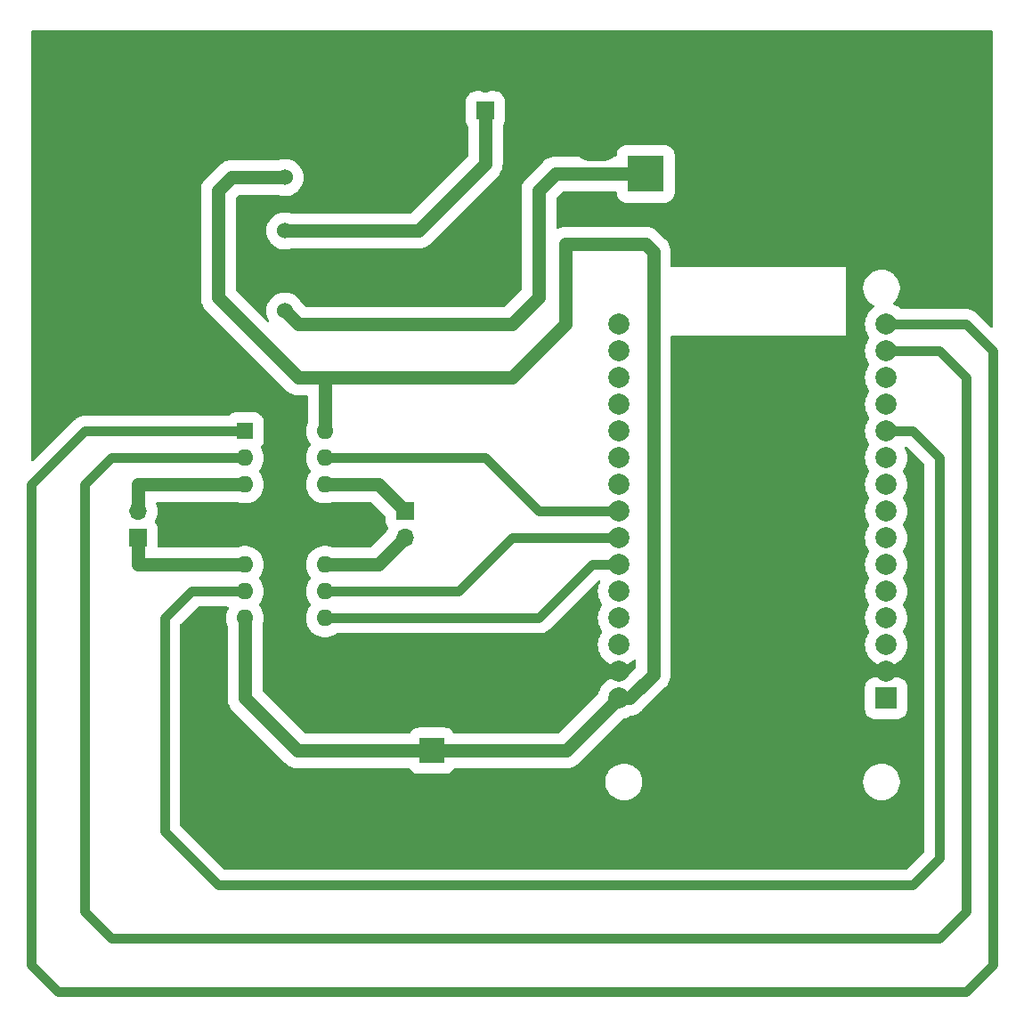
<source format=gbr>
%TF.GenerationSoftware,KiCad,Pcbnew,7.0.8*%
%TF.CreationDate,2023-11-17T10:19:14-05:00*%
%TF.ProjectId,rebafloot,72656261-666c-46f6-9f74-2e6b69636164,rev?*%
%TF.SameCoordinates,Original*%
%TF.FileFunction,Copper,L2,Bot*%
%TF.FilePolarity,Positive*%
%FSLAX46Y46*%
G04 Gerber Fmt 4.6, Leading zero omitted, Abs format (unit mm)*
G04 Created by KiCad (PCBNEW 7.0.8) date 2023-11-17 10:19:14*
%MOMM*%
%LPD*%
G01*
G04 APERTURE LIST*
G04 Aperture macros list*
%AMRoundRect*
0 Rectangle with rounded corners*
0 $1 Rounding radius*
0 $2 $3 $4 $5 $6 $7 $8 $9 X,Y pos of 4 corners*
0 Add a 4 corners polygon primitive as box body*
4,1,4,$2,$3,$4,$5,$6,$7,$8,$9,$2,$3,0*
0 Add four circle primitives for the rounded corners*
1,1,$1+$1,$2,$3*
1,1,$1+$1,$4,$5*
1,1,$1+$1,$6,$7*
1,1,$1+$1,$8,$9*
0 Add four rect primitives between the rounded corners*
20,1,$1+$1,$2,$3,$4,$5,0*
20,1,$1+$1,$4,$5,$6,$7,0*
20,1,$1+$1,$6,$7,$8,$9,0*
20,1,$1+$1,$8,$9,$2,$3,0*%
G04 Aperture macros list end*
%TA.AperFunction,ComponentPad*%
%ADD10C,1.524000*%
%TD*%
%TA.AperFunction,ComponentPad*%
%ADD11R,2.400000X2.400000*%
%TD*%
%TA.AperFunction,ComponentPad*%
%ADD12C,2.400000*%
%TD*%
%TA.AperFunction,ComponentPad*%
%ADD13R,1.600000X1.600000*%
%TD*%
%TA.AperFunction,ComponentPad*%
%ADD14O,1.600000X1.600000*%
%TD*%
%TA.AperFunction,ComponentPad*%
%ADD15R,1.700000X1.700000*%
%TD*%
%TA.AperFunction,ComponentPad*%
%ADD16O,1.700000X1.700000*%
%TD*%
%TA.AperFunction,ComponentPad*%
%ADD17R,2.000000X2.000000*%
%TD*%
%TA.AperFunction,ComponentPad*%
%ADD18C,2.000000*%
%TD*%
%TA.AperFunction,ComponentPad*%
%ADD19R,3.500000X3.500000*%
%TD*%
%TA.AperFunction,ComponentPad*%
%ADD20RoundRect,0.750000X-1.000000X0.750000X-1.000000X-0.750000X1.000000X-0.750000X1.000000X0.750000X0*%
%TD*%
%TA.AperFunction,ComponentPad*%
%ADD21RoundRect,0.875000X-0.875000X0.875000X-0.875000X-0.875000X0.875000X-0.875000X0.875000X0.875000X0*%
%TD*%
%TA.AperFunction,Conductor*%
%ADD22C,1.300000*%
%TD*%
%TA.AperFunction,Conductor*%
%ADD23C,0.900000*%
%TD*%
G04 APERTURE END LIST*
D10*
%TO.P,U3,1,VIN*%
%TO.N,+VDC*%
X74930000Y-90170000D03*
%TO.P,U3,2,GND*%
%TO.N,GND*%
X74930000Y-87630000D03*
%TO.P,U3,3,GND*%
X74930000Y-85090000D03*
%TO.P,U3,4,BAT*%
%TO.N,+BATT*%
X74930000Y-82550000D03*
%TO.P,U3,5,GND*%
%TO.N,GND*%
X74930000Y-80010000D03*
%TO.P,U3,6,OUT-5V*%
%TO.N,+5V*%
X74930000Y-77470000D03*
%TD*%
D11*
%TO.P,C1,1*%
%TO.N,+5V*%
X88900000Y-132000000D03*
D12*
%TO.P,C1,2*%
%TO.N,GND*%
X88900000Y-127000000D03*
%TD*%
D13*
%TO.P,U1,1,EN1\u002C2*%
%TO.N,PWM1*%
X71120000Y-101600000D03*
D14*
%TO.P,U1,2,1A*%
%TO.N,1A*%
X71120000Y-104140000D03*
%TO.P,U1,3,1Y*%
%TO.N,1Y*%
X71120000Y-106680000D03*
%TO.P,U1,4,GND*%
%TO.N,GND*%
X71120000Y-109220000D03*
%TO.P,U1,5,GND*%
X71120000Y-111760000D03*
%TO.P,U1,6,2Y*%
%TO.N,2Y*%
X71120000Y-114300000D03*
%TO.P,U1,7,2A*%
%TO.N,2A*%
X71120000Y-116840000D03*
%TO.P,U1,8,VCC2*%
%TO.N,+5V*%
X71120000Y-119380000D03*
%TO.P,U1,9,EN3\u002C4*%
%TO.N,PWM2*%
X78740000Y-119380000D03*
%TO.P,U1,10,3A*%
%TO.N,3A*%
X78740000Y-116840000D03*
%TO.P,U1,11,3Y*%
%TO.N,3Y*%
X78740000Y-114300000D03*
%TO.P,U1,12,GND*%
%TO.N,GND*%
X78740000Y-111760000D03*
%TO.P,U1,13,GND*%
X78740000Y-109220000D03*
%TO.P,U1,14,4Y*%
%TO.N,4Y*%
X78740000Y-106680000D03*
%TO.P,U1,15,4A*%
%TO.N,4A*%
X78740000Y-104140000D03*
%TO.P,U1,16,VCC1*%
%TO.N,+5V*%
X78740000Y-101600000D03*
%TD*%
D15*
%TO.P,M1,1,+*%
%TO.N,2Y*%
X60960000Y-111760000D03*
D16*
%TO.P,M1,2,-*%
%TO.N,1Y*%
X60960000Y-109220000D03*
%TD*%
D17*
%TO.P,U2,1,3V3*%
%TO.N,unconnected-(U2-3V3-Pad1)*%
X132080000Y-127000000D03*
D18*
%TO.P,U2,2,GND*%
%TO.N,GND*%
X132080000Y-124460000D03*
%TO.P,U2,3,D15*%
%TO.N,unconnected-(U2-D15-Pad3)*%
X132080000Y-121920000D03*
%TO.P,U2,4,D2*%
%TO.N,unconnected-(U2-D2-Pad4)*%
X132080000Y-119380000D03*
%TO.P,U2,5,D4*%
%TO.N,unconnected-(U2-D4-Pad5)*%
X132080000Y-116840000D03*
%TO.P,U2,6,RX2*%
%TO.N,unconnected-(U2-RX2-Pad6)*%
X132080000Y-114300000D03*
%TO.P,U2,7,TX2*%
%TO.N,unconnected-(U2-TX2-Pad7)*%
X132080000Y-111760000D03*
%TO.P,U2,8,D5*%
%TO.N,unconnected-(U2-D5-Pad8)*%
X132080000Y-109220000D03*
%TO.P,U2,9,D18*%
%TO.N,unconnected-(U2-D18-Pad9)*%
X132080000Y-106680000D03*
%TO.P,U2,10,D19*%
%TO.N,unconnected-(U2-D19-Pad10)*%
X132080000Y-104140000D03*
%TO.P,U2,11,D21*%
%TO.N,2A*%
X132080000Y-101600000D03*
%TO.P,U2,12,RX0*%
%TO.N,unconnected-(U2-RX0-Pad12)*%
X132080000Y-99060000D03*
%TO.P,U2,13,TX0*%
%TO.N,unconnected-(U2-TX0-Pad13)*%
X132080000Y-96520000D03*
%TO.P,U2,14,D22*%
%TO.N,1A*%
X132080000Y-93980000D03*
%TO.P,U2,15,D23*%
%TO.N,PWM1*%
X132080000Y-91440000D03*
%TO.P,U2,16,EN*%
%TO.N,unconnected-(U2-EN-Pad16)*%
X106680000Y-91440000D03*
%TO.P,U2,17,VP*%
%TO.N,unconnected-(U2-VP-Pad17)*%
X106680000Y-93980000D03*
%TO.P,U2,18,VN*%
%TO.N,unconnected-(U2-VN-Pad18)*%
X106680000Y-96520000D03*
%TO.P,U2,19,D34*%
%TO.N,unconnected-(U2-D34-Pad19)*%
X106680000Y-99060000D03*
%TO.P,U2,20,D35*%
%TO.N,unconnected-(U2-D35-Pad20)*%
X106680000Y-101600000D03*
%TO.P,U2,21,D32*%
%TO.N,unconnected-(U2-D32-Pad21)*%
X106680000Y-104140000D03*
%TO.P,U2,22,D33*%
%TO.N,unconnected-(U2-D33-Pad22)*%
X106680000Y-106680000D03*
%TO.P,U2,23,D25*%
%TO.N,4A*%
X106680000Y-109220000D03*
%TO.P,U2,24,D26*%
%TO.N,3A*%
X106680000Y-111760000D03*
%TO.P,U2,25,D27*%
%TO.N,PWM2*%
X106680000Y-114300000D03*
%TO.P,U2,26,D14*%
%TO.N,unconnected-(U2-D14-Pad26)*%
X106680000Y-116840000D03*
%TO.P,U2,27,D12*%
%TO.N,unconnected-(U2-D12-Pad27)*%
X106680000Y-119380000D03*
%TO.P,U2,28,D13*%
%TO.N,unconnected-(U2-D13-Pad28)*%
X106680000Y-121920000D03*
%TO.P,U2,29,GND*%
%TO.N,GND*%
X106680000Y-124460000D03*
%TO.P,U2,30,VIN*%
%TO.N,+5V*%
X106680000Y-127000000D03*
%TD*%
D15*
%TO.P,BT1,1,+*%
%TO.N,+BATT*%
X93980000Y-71120000D03*
D16*
%TO.P,BT1,2,-*%
%TO.N,GND*%
X93980000Y-68580000D03*
%TD*%
D19*
%TO.P,J1,1*%
%TO.N,+VDC*%
X109220000Y-77120000D03*
D20*
%TO.P,J1,2*%
%TO.N,GND*%
X109220000Y-71120000D03*
D21*
%TO.P,J1,3*%
X104520000Y-74120000D03*
%TD*%
D15*
%TO.P,M2,1,+*%
%TO.N,4Y*%
X86360000Y-109220000D03*
D16*
%TO.P,M2,2,-*%
%TO.N,3Y*%
X86360000Y-111760000D03*
%TD*%
D22*
%TO.N,+BATT*%
X93980000Y-76200000D02*
X93980000Y-71120000D01*
X87630000Y-82550000D02*
X93980000Y-76200000D01*
X74930000Y-82550000D02*
X87630000Y-82550000D01*
%TO.N,+5V*%
X69850000Y-77470000D02*
X74930000Y-77470000D01*
X68580000Y-78740000D02*
X69850000Y-77470000D01*
X76200000Y-96520000D02*
X68580000Y-88900000D01*
X68580000Y-88900000D02*
X68580000Y-78740000D01*
X78740000Y-96520000D02*
X76200000Y-96520000D01*
D23*
%TO.N,PWM1*%
X139700000Y-154940000D02*
X142240000Y-152400000D01*
X71120000Y-101600000D02*
X55880000Y-101600000D01*
X50800000Y-106680000D02*
X50800000Y-152400000D01*
X142240000Y-152400000D02*
X142240000Y-93980000D01*
X142240000Y-93980000D02*
X139700000Y-91440000D01*
X53340000Y-154940000D02*
X139700000Y-154940000D01*
X139700000Y-91440000D02*
X132080000Y-91440000D01*
X50800000Y-152400000D02*
X53340000Y-154940000D01*
X55880000Y-101600000D02*
X50800000Y-106680000D01*
D22*
%TO.N,1Y*%
X60960000Y-106680000D02*
X60960000Y-109220000D01*
X71120000Y-106680000D02*
X60960000Y-106680000D01*
D23*
%TO.N,1A*%
X139700000Y-96520000D02*
X137160000Y-93980000D01*
X55880000Y-147320000D02*
X58420000Y-149860000D01*
X139700000Y-147320000D02*
X139700000Y-96520000D01*
X137160000Y-149860000D02*
X139700000Y-147320000D01*
X71120000Y-104140000D02*
X58420000Y-104140000D01*
X137160000Y-93980000D02*
X132080000Y-93980000D01*
X58420000Y-149860000D02*
X137160000Y-149860000D01*
X58420000Y-104140000D02*
X55880000Y-106680000D01*
X55880000Y-106680000D02*
X55880000Y-147320000D01*
D22*
%TO.N,2Y*%
X60960000Y-111760000D02*
X60960000Y-114300000D01*
X60960000Y-114300000D02*
X71120000Y-114300000D01*
D23*
%TO.N,2A*%
X66040000Y-116840000D02*
X63500000Y-119380000D01*
X134620000Y-101600000D02*
X132080000Y-101600000D01*
X63500000Y-119380000D02*
X63500000Y-139700000D01*
X68580000Y-144780000D02*
X134620000Y-144780000D01*
X137160000Y-104140000D02*
X134620000Y-101600000D01*
X71120000Y-116840000D02*
X66040000Y-116840000D01*
X134620000Y-144780000D02*
X137160000Y-142240000D01*
X137160000Y-142240000D02*
X137160000Y-104140000D01*
X63500000Y-139700000D02*
X68580000Y-144780000D01*
%TO.N,PWM2*%
X106680000Y-114300000D02*
X104140000Y-114300000D01*
X104140000Y-114300000D02*
X99060000Y-119380000D01*
X99060000Y-119380000D02*
X78740000Y-119380000D01*
D22*
%TO.N,4Y*%
X78740000Y-106680000D02*
X83820000Y-106680000D01*
X83820000Y-106680000D02*
X86360000Y-109220000D01*
%TO.N,3Y*%
X83820000Y-114300000D02*
X86360000Y-111760000D01*
X78740000Y-114300000D02*
X83820000Y-114300000D01*
D23*
%TO.N,3A*%
X96520000Y-111760000D02*
X106680000Y-111760000D01*
X96520000Y-111760000D02*
X91440000Y-116840000D01*
X78740000Y-116840000D02*
X91440000Y-116840000D01*
%TO.N,4A*%
X78740000Y-104140000D02*
X93980000Y-104140000D01*
X99060000Y-109220000D02*
X106680000Y-109220000D01*
X99060000Y-109220000D02*
X93980000Y-104140000D01*
D22*
%TO.N,+5V*%
X76120000Y-132000000D02*
X88900000Y-132000000D01*
X78740000Y-96520000D02*
X96520000Y-96520000D01*
X101600000Y-83820000D02*
X109220000Y-83820000D01*
X101600000Y-91440000D02*
X101600000Y-83820000D01*
X78740000Y-96520000D02*
X78740000Y-101600000D01*
X71120000Y-127000000D02*
X76120000Y-132000000D01*
X109220000Y-83820000D02*
X109950000Y-84550000D01*
X107680000Y-127000000D02*
X106680000Y-127000000D01*
X71120000Y-119380000D02*
X71120000Y-127000000D01*
X106680000Y-127000000D02*
X101680000Y-132000000D01*
X109950000Y-124730000D02*
X107680000Y-127000000D01*
X96520000Y-96520000D02*
X101600000Y-91440000D01*
X101680000Y-132000000D02*
X88900000Y-132000000D01*
X109950000Y-84550000D02*
X109950000Y-124730000D01*
%TO.N,+VDC*%
X109220000Y-77120000D02*
X100680000Y-77120000D01*
X99060000Y-78740000D02*
X99060000Y-88900000D01*
X96520000Y-91440000D02*
X76200000Y-91440000D01*
X100680000Y-77120000D02*
X99060000Y-78740000D01*
X96520000Y-91440000D02*
X99060000Y-88900000D01*
X76200000Y-91440000D02*
X74930000Y-90170000D01*
%TD*%
%TA.AperFunction,Conductor*%
%TO.N,GND*%
G36*
X142183039Y-63519685D02*
G01*
X142228794Y-63572489D01*
X142240000Y-63624000D01*
X142240000Y-91629321D01*
X142220315Y-91696360D01*
X142167511Y-91742115D01*
X142098353Y-91752059D01*
X142034797Y-91723034D01*
X142028319Y-91717002D01*
X140792063Y-90480746D01*
X140786972Y-90474981D01*
X140770826Y-90454237D01*
X140770821Y-90454232D01*
X140704459Y-90393141D01*
X140683237Y-90371920D01*
X140664074Y-90355690D01*
X140660340Y-90352527D01*
X140593969Y-90291429D01*
X140593964Y-90291425D01*
X140571957Y-90277047D01*
X140565794Y-90272451D01*
X140545738Y-90255465D01*
X140468252Y-90209294D01*
X140392726Y-90159950D01*
X140392720Y-90159946D01*
X140368657Y-90149391D01*
X140361819Y-90145872D01*
X140339240Y-90132418D01*
X140339233Y-90132415D01*
X140255194Y-90099623D01*
X140172590Y-90063389D01*
X140147106Y-90056935D01*
X140139784Y-90054589D01*
X140115306Y-90045038D01*
X140115300Y-90045036D01*
X140071150Y-90035779D01*
X140027001Y-90026522D01*
X139996049Y-90018684D01*
X139939561Y-90004379D01*
X139913369Y-90002209D01*
X139905761Y-90001100D01*
X139880041Y-89995707D01*
X139880028Y-89995705D01*
X139789892Y-89991977D01*
X139782415Y-89991357D01*
X139759990Y-89989500D01*
X139759987Y-89989500D01*
X139729986Y-89989500D01*
X139639854Y-89985772D01*
X139639853Y-89985772D01*
X139613762Y-89989024D01*
X139606090Y-89989500D01*
X133509997Y-89989500D01*
X133442958Y-89969815D01*
X133422316Y-89953181D01*
X133393405Y-89924270D01*
X133393387Y-89924254D01*
X133164317Y-89752775D01*
X133164309Y-89752770D01*
X132913166Y-89615635D01*
X132913167Y-89615635D01*
X132848640Y-89591568D01*
X132805682Y-89575545D01*
X132749750Y-89533674D01*
X132725333Y-89468210D01*
X132740185Y-89399937D01*
X132771700Y-89362421D01*
X132853981Y-89296805D01*
X133032433Y-89104479D01*
X133180228Y-88887704D01*
X133294063Y-88651323D01*
X133371396Y-88400615D01*
X133410500Y-88141182D01*
X133410500Y-87878818D01*
X133371396Y-87619385D01*
X133294063Y-87368677D01*
X133282121Y-87343880D01*
X133180232Y-87132303D01*
X133180231Y-87132302D01*
X133180230Y-87132301D01*
X133180228Y-87132296D01*
X133032433Y-86915521D01*
X133022441Y-86904753D01*
X132853985Y-86723198D01*
X132809499Y-86687722D01*
X132648857Y-86559614D01*
X132421643Y-86428432D01*
X132177416Y-86332580D01*
X132177411Y-86332578D01*
X132177402Y-86332576D01*
X131959818Y-86282914D01*
X131921630Y-86274198D01*
X131921629Y-86274197D01*
X131921625Y-86274197D01*
X131921620Y-86274196D01*
X131725500Y-86259500D01*
X131725494Y-86259500D01*
X131594506Y-86259500D01*
X131594500Y-86259500D01*
X131398379Y-86274196D01*
X131398374Y-86274197D01*
X131142597Y-86332576D01*
X131142578Y-86332582D01*
X130898356Y-86428432D01*
X130671143Y-86559614D01*
X130466014Y-86723198D01*
X130287567Y-86915520D01*
X130139768Y-87132302D01*
X130139767Y-87132303D01*
X130025938Y-87368673D01*
X129948606Y-87619376D01*
X129948605Y-87619381D01*
X129948604Y-87619385D01*
X129933853Y-87717247D01*
X129909500Y-87878812D01*
X129909500Y-88141187D01*
X129920828Y-88216340D01*
X129948604Y-88400615D01*
X129948605Y-88400617D01*
X129948606Y-88400623D01*
X130025938Y-88651326D01*
X130139767Y-88887696D01*
X130139768Y-88887697D01*
X130139770Y-88887700D01*
X130139772Y-88887704D01*
X130194404Y-88967834D01*
X130287567Y-89104479D01*
X130466014Y-89296801D01*
X130466018Y-89296804D01*
X130466019Y-89296805D01*
X130671143Y-89460386D01*
X130898357Y-89591568D01*
X130898362Y-89591570D01*
X130902533Y-89593579D01*
X130901825Y-89595047D01*
X130951510Y-89633571D01*
X130974815Y-89699439D01*
X130958809Y-89767451D01*
X130925309Y-89805456D01*
X130766612Y-89924254D01*
X130766594Y-89924270D01*
X130564270Y-90126594D01*
X130564254Y-90126612D01*
X130392775Y-90355682D01*
X130392770Y-90355690D01*
X130255635Y-90606833D01*
X130155628Y-90874962D01*
X130094804Y-91154566D01*
X130074390Y-91439998D01*
X130074390Y-91440001D01*
X130094804Y-91725433D01*
X130155628Y-92005037D01*
X130255635Y-92273166D01*
X130392770Y-92524309D01*
X130392772Y-92524312D01*
X130392774Y-92524315D01*
X130467397Y-92624000D01*
X130476148Y-92635690D01*
X130500564Y-92701155D01*
X130485712Y-92769428D01*
X130476148Y-92784310D01*
X130392770Y-92895690D01*
X130255635Y-93146833D01*
X130155628Y-93414962D01*
X130094804Y-93694566D01*
X130074390Y-93979998D01*
X130074390Y-93980001D01*
X130094804Y-94265433D01*
X130155628Y-94545037D01*
X130255635Y-94813166D01*
X130392770Y-95064309D01*
X130392772Y-95064312D01*
X130392774Y-95064315D01*
X130476148Y-95175690D01*
X130500564Y-95241155D01*
X130485712Y-95309428D01*
X130476150Y-95324306D01*
X130460500Y-95345213D01*
X130392770Y-95435690D01*
X130255635Y-95686833D01*
X130155628Y-95954962D01*
X130094804Y-96234566D01*
X130074390Y-96519998D01*
X130074390Y-96520001D01*
X130094804Y-96805433D01*
X130155628Y-97085037D01*
X130255635Y-97353166D01*
X130392770Y-97604309D01*
X130392771Y-97604310D01*
X130392774Y-97604315D01*
X130476147Y-97715689D01*
X130476148Y-97715690D01*
X130500564Y-97781155D01*
X130485712Y-97849428D01*
X130476148Y-97864310D01*
X130392770Y-97975690D01*
X130255635Y-98226833D01*
X130155628Y-98494962D01*
X130094804Y-98774566D01*
X130074390Y-99059998D01*
X130074390Y-99060001D01*
X130094804Y-99345433D01*
X130155628Y-99625037D01*
X130155630Y-99625043D01*
X130155631Y-99625046D01*
X130255633Y-99893161D01*
X130255635Y-99893166D01*
X130392770Y-100144309D01*
X130392772Y-100144312D01*
X130392774Y-100144315D01*
X130469336Y-100246590D01*
X130476148Y-100255690D01*
X130500564Y-100321155D01*
X130485712Y-100389428D01*
X130476150Y-100404306D01*
X130453217Y-100434942D01*
X130392770Y-100515690D01*
X130255635Y-100766833D01*
X130155628Y-101034962D01*
X130094804Y-101314566D01*
X130074390Y-101599998D01*
X130074390Y-101600001D01*
X130094804Y-101885433D01*
X130155628Y-102165037D01*
X130255635Y-102433166D01*
X130392770Y-102684309D01*
X130392772Y-102684312D01*
X130392774Y-102684315D01*
X130473900Y-102792687D01*
X130476148Y-102795690D01*
X130500564Y-102861155D01*
X130485712Y-102929428D01*
X130476150Y-102944306D01*
X130467797Y-102955465D01*
X130392770Y-103055690D01*
X130255635Y-103306833D01*
X130155628Y-103574962D01*
X130094804Y-103854566D01*
X130074390Y-104139998D01*
X130074390Y-104140001D01*
X130094804Y-104425433D01*
X130155628Y-104705037D01*
X130255635Y-104973166D01*
X130392770Y-105224309D01*
X130392771Y-105224310D01*
X130392774Y-105224315D01*
X130473900Y-105332687D01*
X130476148Y-105335690D01*
X130500564Y-105401155D01*
X130485712Y-105469428D01*
X130476148Y-105484310D01*
X130392770Y-105595690D01*
X130255635Y-105846833D01*
X130155628Y-106114962D01*
X130094804Y-106394566D01*
X130074390Y-106679998D01*
X130074390Y-106680001D01*
X130094804Y-106965433D01*
X130155628Y-107245037D01*
X130155630Y-107245043D01*
X130155631Y-107245046D01*
X130163126Y-107265140D01*
X130255635Y-107513166D01*
X130392770Y-107764309D01*
X130392771Y-107764310D01*
X130392774Y-107764315D01*
X130476147Y-107875689D01*
X130476148Y-107875690D01*
X130500564Y-107941155D01*
X130485712Y-108009428D01*
X130476148Y-108024310D01*
X130392770Y-108135690D01*
X130255635Y-108386833D01*
X130155628Y-108654962D01*
X130094804Y-108934566D01*
X130074390Y-109219998D01*
X130074390Y-109220001D01*
X130094804Y-109505433D01*
X130155628Y-109785037D01*
X130155630Y-109785043D01*
X130155631Y-109785046D01*
X130232334Y-109990694D01*
X130255635Y-110053166D01*
X130392770Y-110304309D01*
X130392771Y-110304310D01*
X130392774Y-110304315D01*
X130476147Y-110415689D01*
X130476148Y-110415690D01*
X130500564Y-110481155D01*
X130485712Y-110549428D01*
X130476150Y-110564306D01*
X130453217Y-110594942D01*
X130392770Y-110675690D01*
X130255635Y-110926833D01*
X130155628Y-111194962D01*
X130094804Y-111474566D01*
X130074390Y-111759998D01*
X130074390Y-111760001D01*
X130094804Y-112045433D01*
X130155628Y-112325037D01*
X130155630Y-112325043D01*
X130155631Y-112325046D01*
X130249609Y-112577011D01*
X130255635Y-112593166D01*
X130392770Y-112844309D01*
X130392771Y-112844310D01*
X130392774Y-112844315D01*
X130476147Y-112955689D01*
X130476148Y-112955690D01*
X130500564Y-113021155D01*
X130485712Y-113089428D01*
X130476148Y-113104310D01*
X130392770Y-113215690D01*
X130255635Y-113466833D01*
X130155628Y-113734962D01*
X130094804Y-114014566D01*
X130074390Y-114299998D01*
X130074390Y-114300001D01*
X130094804Y-114585433D01*
X130155628Y-114865037D01*
X130255635Y-115133166D01*
X130392770Y-115384309D01*
X130392771Y-115384310D01*
X130392774Y-115384315D01*
X130473900Y-115492687D01*
X130476148Y-115495690D01*
X130500564Y-115561155D01*
X130485712Y-115629428D01*
X130476148Y-115644310D01*
X130392770Y-115755690D01*
X130255635Y-116006833D01*
X130155628Y-116274962D01*
X130094804Y-116554566D01*
X130074390Y-116839998D01*
X130074390Y-116840001D01*
X130094804Y-117125433D01*
X130155628Y-117405037D01*
X130255635Y-117673166D01*
X130392770Y-117924309D01*
X130392771Y-117924310D01*
X130392774Y-117924315D01*
X130473900Y-118032687D01*
X130476148Y-118035690D01*
X130500564Y-118101155D01*
X130485712Y-118169428D01*
X130476148Y-118184310D01*
X130392770Y-118295690D01*
X130255635Y-118546833D01*
X130155628Y-118814962D01*
X130094804Y-119094566D01*
X130074390Y-119379998D01*
X130074390Y-119380001D01*
X130094804Y-119665433D01*
X130155628Y-119945037D01*
X130155630Y-119945043D01*
X130155631Y-119945046D01*
X130168973Y-119980816D01*
X130255635Y-120213166D01*
X130392770Y-120464309D01*
X130392771Y-120464310D01*
X130392774Y-120464315D01*
X130467796Y-120564533D01*
X130476148Y-120575690D01*
X130500564Y-120641155D01*
X130485712Y-120709428D01*
X130476150Y-120724306D01*
X130447139Y-120763061D01*
X130392770Y-120835690D01*
X130255635Y-121086833D01*
X130155628Y-121354962D01*
X130094804Y-121634566D01*
X130074390Y-121919998D01*
X130074390Y-121920001D01*
X130094804Y-122205433D01*
X130155628Y-122485037D01*
X130255635Y-122753166D01*
X130392770Y-123004309D01*
X130392775Y-123004317D01*
X130564254Y-123233387D01*
X130564270Y-123233405D01*
X130766594Y-123435729D01*
X130766612Y-123435745D01*
X130995682Y-123607224D01*
X130995690Y-123607229D01*
X131246833Y-123744364D01*
X131246832Y-123744364D01*
X131246836Y-123744365D01*
X131246839Y-123744367D01*
X131514954Y-123844369D01*
X131514960Y-123844370D01*
X131514962Y-123844371D01*
X131794566Y-123905195D01*
X131794568Y-123905195D01*
X131794572Y-123905196D01*
X132048220Y-123923337D01*
X132079999Y-123925610D01*
X132080000Y-123925610D01*
X132080001Y-123925610D01*
X132108595Y-123923564D01*
X132365428Y-123905196D01*
X132645046Y-123844369D01*
X132913161Y-123744367D01*
X133164315Y-123607226D01*
X133393395Y-123435739D01*
X133595739Y-123233395D01*
X133767226Y-123004315D01*
X133904367Y-122753161D01*
X134004369Y-122485046D01*
X134065196Y-122205428D01*
X134085610Y-121920000D01*
X134065196Y-121634572D01*
X134004369Y-121354954D01*
X133904367Y-121086839D01*
X133826182Y-120943655D01*
X133767229Y-120835690D01*
X133767228Y-120835689D01*
X133767226Y-120835685D01*
X133683849Y-120724307D01*
X133659434Y-120658847D01*
X133674285Y-120590574D01*
X133683841Y-120575703D01*
X133767226Y-120464315D01*
X133904367Y-120213161D01*
X134004369Y-119945046D01*
X134065196Y-119665428D01*
X134085610Y-119380000D01*
X134065196Y-119094572D01*
X134056152Y-119052999D01*
X134004371Y-118814962D01*
X134004370Y-118814960D01*
X134004369Y-118814954D01*
X133904367Y-118546839D01*
X133897498Y-118534260D01*
X133767229Y-118295690D01*
X133767228Y-118295689D01*
X133767226Y-118295685D01*
X133683849Y-118184307D01*
X133659434Y-118118847D01*
X133674285Y-118050574D01*
X133683841Y-118035703D01*
X133767226Y-117924315D01*
X133904367Y-117673161D01*
X134004369Y-117405046D01*
X134065196Y-117125428D01*
X134085610Y-116840000D01*
X134065196Y-116554572D01*
X134011515Y-116307805D01*
X134004371Y-116274962D01*
X134004370Y-116274960D01*
X134004369Y-116274954D01*
X133904367Y-116006839D01*
X133884352Y-115970185D01*
X133767229Y-115755690D01*
X133767228Y-115755689D01*
X133767226Y-115755685D01*
X133683849Y-115644307D01*
X133659434Y-115578847D01*
X133674285Y-115510574D01*
X133683841Y-115495703D01*
X133767226Y-115384315D01*
X133904367Y-115133161D01*
X134004369Y-114865046D01*
X134065196Y-114585428D01*
X134085610Y-114300000D01*
X134065196Y-114014572D01*
X134011515Y-113767805D01*
X134004371Y-113734962D01*
X134004370Y-113734960D01*
X134004369Y-113734954D01*
X133904367Y-113466839D01*
X133893847Y-113447574D01*
X133767229Y-113215690D01*
X133767228Y-113215689D01*
X133767226Y-113215685D01*
X133683849Y-113104307D01*
X133659434Y-113038847D01*
X133674285Y-112970574D01*
X133683841Y-112955703D01*
X133767226Y-112844315D01*
X133904367Y-112593161D01*
X134004369Y-112325046D01*
X134065196Y-112045428D01*
X134085610Y-111760000D01*
X134065196Y-111474572D01*
X134013586Y-111237326D01*
X134004371Y-111194962D01*
X134004370Y-111194960D01*
X134004369Y-111194954D01*
X133904367Y-110926839D01*
X133863481Y-110851963D01*
X133767229Y-110675690D01*
X133767228Y-110675689D01*
X133767226Y-110675685D01*
X133683849Y-110564307D01*
X133659434Y-110498847D01*
X133674285Y-110430574D01*
X133683841Y-110415703D01*
X133767226Y-110304315D01*
X133904367Y-110053161D01*
X134004369Y-109785046D01*
X134065196Y-109505428D01*
X134085610Y-109220000D01*
X134065196Y-108934572D01*
X134013586Y-108697326D01*
X134004371Y-108654962D01*
X134004370Y-108654960D01*
X134004369Y-108654954D01*
X133904367Y-108386839D01*
X133901405Y-108381415D01*
X133767229Y-108135690D01*
X133767228Y-108135689D01*
X133767226Y-108135685D01*
X133683849Y-108024307D01*
X133659434Y-107958847D01*
X133674285Y-107890574D01*
X133683841Y-107875703D01*
X133767226Y-107764315D01*
X133904367Y-107513161D01*
X134004369Y-107245046D01*
X134065196Y-106965428D01*
X134085610Y-106680000D01*
X134065196Y-106394572D01*
X134056152Y-106352999D01*
X134004371Y-106114962D01*
X134004370Y-106114960D01*
X134004369Y-106114954D01*
X133904367Y-105846839D01*
X133897498Y-105834260D01*
X133767229Y-105595690D01*
X133767228Y-105595689D01*
X133767226Y-105595685D01*
X133683849Y-105484307D01*
X133659434Y-105418847D01*
X133674285Y-105350574D01*
X133683841Y-105335703D01*
X133767226Y-105224315D01*
X133904367Y-104973161D01*
X134004369Y-104705046D01*
X134065196Y-104425428D01*
X134085610Y-104140000D01*
X134065196Y-103854572D01*
X134011515Y-103607805D01*
X134004371Y-103574962D01*
X134004370Y-103574960D01*
X134004369Y-103574954D01*
X133904367Y-103306839D01*
X133871247Y-103246185D01*
X133856396Y-103177914D01*
X133880812Y-103112449D01*
X133936746Y-103070577D01*
X134006437Y-103065593D01*
X134067758Y-103099075D01*
X134067761Y-103099077D01*
X134067761Y-103099078D01*
X135673181Y-104704497D01*
X135706666Y-104765820D01*
X135709500Y-104792178D01*
X135709500Y-141587821D01*
X135689815Y-141654860D01*
X135673181Y-141675502D01*
X134055502Y-143293181D01*
X133994179Y-143326666D01*
X133967821Y-143329500D01*
X69232179Y-143329500D01*
X69165140Y-143309815D01*
X69144498Y-143293181D01*
X64986819Y-139135502D01*
X64953334Y-139074179D01*
X64950500Y-139047821D01*
X64950500Y-135091187D01*
X105399500Y-135091187D01*
X105419794Y-135225823D01*
X105438604Y-135350615D01*
X105438605Y-135350617D01*
X105438606Y-135350623D01*
X105515938Y-135601326D01*
X105629767Y-135837696D01*
X105629768Y-135837697D01*
X105629770Y-135837700D01*
X105629772Y-135837704D01*
X105777567Y-136054479D01*
X105956014Y-136246801D01*
X105956018Y-136246804D01*
X105956019Y-136246805D01*
X106161143Y-136410386D01*
X106388357Y-136541568D01*
X106632584Y-136637420D01*
X106888370Y-136695802D01*
X106888376Y-136695802D01*
X106888379Y-136695803D01*
X107084500Y-136710500D01*
X107084506Y-136710500D01*
X107215500Y-136710500D01*
X107411620Y-136695803D01*
X107411622Y-136695802D01*
X107411630Y-136695802D01*
X107667416Y-136637420D01*
X107911643Y-136541568D01*
X108138857Y-136410386D01*
X108343981Y-136246805D01*
X108522433Y-136054479D01*
X108670228Y-135837704D01*
X108784063Y-135601323D01*
X108861396Y-135350615D01*
X108900499Y-135091187D01*
X129909500Y-135091187D01*
X129929794Y-135225823D01*
X129948604Y-135350615D01*
X129948605Y-135350617D01*
X129948606Y-135350623D01*
X130025938Y-135601326D01*
X130139767Y-135837696D01*
X130139768Y-135837697D01*
X130139770Y-135837700D01*
X130139772Y-135837704D01*
X130287567Y-136054479D01*
X130466014Y-136246801D01*
X130466018Y-136246804D01*
X130466019Y-136246805D01*
X130671143Y-136410386D01*
X130898357Y-136541568D01*
X131142584Y-136637420D01*
X131398370Y-136695802D01*
X131398376Y-136695802D01*
X131398379Y-136695803D01*
X131594500Y-136710500D01*
X131594506Y-136710500D01*
X131725500Y-136710500D01*
X131921620Y-136695803D01*
X131921622Y-136695802D01*
X131921630Y-136695802D01*
X132177416Y-136637420D01*
X132421643Y-136541568D01*
X132648857Y-136410386D01*
X132853981Y-136246805D01*
X133032433Y-136054479D01*
X133180228Y-135837704D01*
X133294063Y-135601323D01*
X133371396Y-135350615D01*
X133410500Y-135091182D01*
X133410500Y-134828818D01*
X133371396Y-134569385D01*
X133294063Y-134318677D01*
X133205084Y-134133910D01*
X133180232Y-134082303D01*
X133180231Y-134082302D01*
X133180230Y-134082301D01*
X133180228Y-134082296D01*
X133032433Y-133865521D01*
X132928406Y-133753406D01*
X132853985Y-133673198D01*
X132806363Y-133635221D01*
X132648857Y-133509614D01*
X132421643Y-133378432D01*
X132177416Y-133282580D01*
X132177411Y-133282578D01*
X132177402Y-133282576D01*
X131959818Y-133232914D01*
X131921630Y-133224198D01*
X131921629Y-133224197D01*
X131921625Y-133224197D01*
X131921620Y-133224196D01*
X131725500Y-133209500D01*
X131725494Y-133209500D01*
X131594506Y-133209500D01*
X131594500Y-133209500D01*
X131398379Y-133224196D01*
X131398374Y-133224197D01*
X131142597Y-133282576D01*
X131142578Y-133282582D01*
X130898356Y-133378432D01*
X130671143Y-133509614D01*
X130466014Y-133673198D01*
X130287567Y-133865520D01*
X130139768Y-134082302D01*
X130139767Y-134082303D01*
X130025938Y-134318673D01*
X129948606Y-134569376D01*
X129948605Y-134569381D01*
X129948604Y-134569385D01*
X129933853Y-134667247D01*
X129909500Y-134828812D01*
X129909500Y-135091187D01*
X108900499Y-135091187D01*
X108900500Y-135091182D01*
X108900500Y-134828818D01*
X108861396Y-134569385D01*
X108784063Y-134318677D01*
X108695084Y-134133910D01*
X108670232Y-134082303D01*
X108670231Y-134082302D01*
X108670230Y-134082301D01*
X108670228Y-134082296D01*
X108522433Y-133865521D01*
X108418406Y-133753406D01*
X108343985Y-133673198D01*
X108296363Y-133635221D01*
X108138857Y-133509614D01*
X107911643Y-133378432D01*
X107667416Y-133282580D01*
X107667411Y-133282578D01*
X107667402Y-133282576D01*
X107449818Y-133232914D01*
X107411630Y-133224198D01*
X107411629Y-133224197D01*
X107411625Y-133224197D01*
X107411620Y-133224196D01*
X107215500Y-133209500D01*
X107215494Y-133209500D01*
X107084506Y-133209500D01*
X107084500Y-133209500D01*
X106888379Y-133224196D01*
X106888374Y-133224197D01*
X106632597Y-133282576D01*
X106632578Y-133282582D01*
X106388356Y-133378432D01*
X106161143Y-133509614D01*
X105956014Y-133673198D01*
X105777567Y-133865520D01*
X105629768Y-134082302D01*
X105629767Y-134082303D01*
X105515938Y-134318673D01*
X105438606Y-134569376D01*
X105438605Y-134569381D01*
X105438604Y-134569385D01*
X105423853Y-134667247D01*
X105399500Y-134828812D01*
X105399500Y-135091187D01*
X64950500Y-135091187D01*
X64950500Y-120032178D01*
X64970185Y-119965139D01*
X64986819Y-119944497D01*
X66604497Y-118326819D01*
X66665820Y-118293334D01*
X66692178Y-118290500D01*
X69455210Y-118290500D01*
X69522249Y-118310185D01*
X69568004Y-118362989D01*
X69577948Y-118432147D01*
X69562597Y-118476500D01*
X69493258Y-118596599D01*
X69493256Y-118596603D01*
X69394666Y-118847804D01*
X69394664Y-118847811D01*
X69334616Y-119110898D01*
X69314451Y-119379995D01*
X69314451Y-119380004D01*
X69334616Y-119649101D01*
X69394664Y-119912188D01*
X69394666Y-119912195D01*
X69460928Y-120081025D01*
X69469500Y-120126328D01*
X69469500Y-126932706D01*
X69469309Y-126937572D01*
X69464396Y-126999999D01*
X69469500Y-127064853D01*
X69484778Y-127258990D01*
X69545427Y-127511610D01*
X69644843Y-127751623D01*
X69644845Y-127751627D01*
X69644846Y-127751628D01*
X69780588Y-127973140D01*
X69949311Y-128170689D01*
X69996939Y-128211367D01*
X70000490Y-128214650D01*
X74905347Y-133119507D01*
X74908640Y-133123070D01*
X74949311Y-133170689D01*
X75146860Y-133339412D01*
X75368372Y-133475154D01*
X75368374Y-133475154D01*
X75368376Y-133475156D01*
X75429693Y-133500554D01*
X75608390Y-133574573D01*
X75861006Y-133635221D01*
X76055147Y-133650500D01*
X76120000Y-133655604D01*
X76178276Y-133651017D01*
X76182427Y-133650691D01*
X76187293Y-133650500D01*
X86731422Y-133650500D01*
X86798461Y-133670185D01*
X86841330Y-133717088D01*
X86860300Y-133753404D01*
X86860302Y-133753407D01*
X86918057Y-133824239D01*
X86988890Y-133911109D01*
X87082803Y-133987684D01*
X87146593Y-134039698D01*
X87326951Y-134133909D01*
X87522582Y-134189886D01*
X87641963Y-134200500D01*
X87641964Y-134200499D01*
X87641965Y-134200500D01*
X87641966Y-134200500D01*
X88720280Y-134200499D01*
X90158036Y-134200499D01*
X90277418Y-134189886D01*
X90473049Y-134133909D01*
X90653407Y-134039698D01*
X90811109Y-133911109D01*
X90939698Y-133753407D01*
X90949046Y-133735510D01*
X90958670Y-133717088D01*
X91007157Y-133666781D01*
X91068578Y-133650500D01*
X101612707Y-133650500D01*
X101617573Y-133650691D01*
X101622052Y-133651043D01*
X101680000Y-133655604D01*
X101744853Y-133650500D01*
X101938994Y-133635221D01*
X102191610Y-133574573D01*
X102431628Y-133475154D01*
X102653140Y-133339412D01*
X102788039Y-133224197D01*
X102850687Y-133170691D01*
X102850689Y-133170689D01*
X102850690Y-133170688D01*
X102891367Y-133123059D01*
X102894638Y-133119520D01*
X107020883Y-128993275D01*
X107082201Y-128959793D01*
X107245046Y-128924369D01*
X107513161Y-128824367D01*
X107764315Y-128687226D01*
X107792661Y-128666005D01*
X107857244Y-128641654D01*
X107938994Y-128635221D01*
X108191610Y-128574573D01*
X108431628Y-128475154D01*
X108653140Y-128339412D01*
X108803073Y-128211357D01*
X108850687Y-128170691D01*
X108850689Y-128170689D01*
X108850690Y-128170688D01*
X108891367Y-128123059D01*
X108894638Y-128119520D01*
X110014159Y-126999999D01*
X130079500Y-126999999D01*
X130079501Y-128058032D01*
X130079501Y-128058033D01*
X130090113Y-128177415D01*
X130146089Y-128373045D01*
X130146090Y-128373048D01*
X130146091Y-128373049D01*
X130240302Y-128553407D01*
X130240304Y-128553409D01*
X130368890Y-128711109D01*
X130462803Y-128787684D01*
X130526593Y-128839698D01*
X130706951Y-128933909D01*
X130902582Y-128989886D01*
X131021963Y-129000500D01*
X131021964Y-129000499D01*
X131021965Y-129000500D01*
X131021966Y-129000500D01*
X131928851Y-129000499D01*
X133138036Y-129000499D01*
X133257418Y-128989886D01*
X133453049Y-128933909D01*
X133633407Y-128839698D01*
X133791109Y-128711109D01*
X133919698Y-128553407D01*
X134013909Y-128373049D01*
X134069886Y-128177418D01*
X134080500Y-128058037D01*
X134080499Y-125941964D01*
X134069886Y-125822582D01*
X134013909Y-125626951D01*
X133919698Y-125446593D01*
X133810584Y-125312775D01*
X133791109Y-125288890D01*
X133633409Y-125160304D01*
X133633410Y-125160304D01*
X133633407Y-125160302D01*
X133453049Y-125066091D01*
X133453048Y-125066090D01*
X133453045Y-125066089D01*
X133334773Y-125032248D01*
X133257418Y-125010114D01*
X133257415Y-125010113D01*
X133257413Y-125010113D01*
X133166983Y-125002073D01*
X133138037Y-124999500D01*
X133138035Y-124999500D01*
X133138034Y-124999500D01*
X132231148Y-124999500D01*
X131021964Y-124999501D01*
X130992727Y-125002100D01*
X130902584Y-125010113D01*
X130706954Y-125066089D01*
X130616772Y-125113196D01*
X130526593Y-125160302D01*
X130526591Y-125160303D01*
X130526590Y-125160304D01*
X130368890Y-125288890D01*
X130240304Y-125446590D01*
X130240302Y-125446593D01*
X130220630Y-125484254D01*
X130146089Y-125626954D01*
X130090114Y-125822583D01*
X130090113Y-125822586D01*
X130083170Y-125900687D01*
X130079500Y-125941963D01*
X130079500Y-126999999D01*
X110014159Y-126999999D01*
X111069520Y-125944638D01*
X111073059Y-125941367D01*
X111120689Y-125900689D01*
X111289412Y-125703140D01*
X111425154Y-125481628D01*
X111524573Y-125241610D01*
X111585221Y-124988994D01*
X111600500Y-124794853D01*
X111605604Y-124730000D01*
X111600691Y-124667572D01*
X111600500Y-124662706D01*
X111600500Y-92624000D01*
X111620185Y-92556961D01*
X111672989Y-92511206D01*
X111724500Y-92500000D01*
X128290000Y-92500000D01*
X128290000Y-86010000D01*
X111724500Y-86010000D01*
X111657461Y-85990315D01*
X111611706Y-85937511D01*
X111600500Y-85886000D01*
X111600500Y-84617292D01*
X111600691Y-84612426D01*
X111605604Y-84550000D01*
X111599405Y-84471238D01*
X111585221Y-84291006D01*
X111524573Y-84038390D01*
X111425154Y-83798372D01*
X111289412Y-83576860D01*
X111120689Y-83379311D01*
X111073070Y-83338640D01*
X111069507Y-83335347D01*
X110434650Y-82700490D01*
X110431367Y-82696939D01*
X110390689Y-82649311D01*
X110193140Y-82480588D01*
X109971628Y-82344846D01*
X109971627Y-82344845D01*
X109971623Y-82344843D01*
X109805627Y-82276086D01*
X109731610Y-82245427D01*
X109731611Y-82245427D01*
X109593921Y-82212370D01*
X109478994Y-82184779D01*
X109478992Y-82184778D01*
X109478991Y-82184778D01*
X109284853Y-82169500D01*
X109282426Y-82169309D01*
X109220000Y-82164396D01*
X109219999Y-82164396D01*
X109157573Y-82169309D01*
X109152707Y-82169500D01*
X101667293Y-82169500D01*
X101662427Y-82169309D01*
X101600000Y-82164396D01*
X101535147Y-82169500D01*
X101341009Y-82184778D01*
X101088388Y-82245427D01*
X101088385Y-82245428D01*
X100881952Y-82330935D01*
X100812483Y-82338404D01*
X100750004Y-82307128D01*
X100714352Y-82247039D01*
X100710500Y-82216374D01*
X100710500Y-79475022D01*
X100730185Y-79407983D01*
X100746819Y-79387341D01*
X101327341Y-78806819D01*
X101388664Y-78773334D01*
X101415022Y-78770500D01*
X106345501Y-78770500D01*
X106412540Y-78790185D01*
X106458295Y-78842989D01*
X106469501Y-78894500D01*
X106469501Y-78928033D01*
X106480113Y-79047415D01*
X106536089Y-79243045D01*
X106536090Y-79243048D01*
X106536091Y-79243049D01*
X106630302Y-79423407D01*
X106664977Y-79465933D01*
X106758890Y-79581109D01*
X106852803Y-79657684D01*
X106916593Y-79709698D01*
X107096951Y-79803909D01*
X107292582Y-79859886D01*
X107411963Y-79870500D01*
X107411964Y-79870499D01*
X107411965Y-79870500D01*
X107411966Y-79870500D01*
X108961708Y-79870499D01*
X111028036Y-79870499D01*
X111147418Y-79859886D01*
X111343049Y-79803909D01*
X111523407Y-79709698D01*
X111681109Y-79581109D01*
X111809698Y-79423407D01*
X111903909Y-79243049D01*
X111959886Y-79047418D01*
X111970500Y-78928037D01*
X111970499Y-75311964D01*
X111959886Y-75192582D01*
X111903909Y-74996951D01*
X111809698Y-74816593D01*
X111757684Y-74752803D01*
X111681109Y-74658890D01*
X111523409Y-74530304D01*
X111523410Y-74530304D01*
X111523407Y-74530302D01*
X111343049Y-74436091D01*
X111343048Y-74436090D01*
X111343045Y-74436089D01*
X111225829Y-74402550D01*
X111147418Y-74380114D01*
X111147415Y-74380113D01*
X111147413Y-74380113D01*
X111056983Y-74372073D01*
X111028037Y-74369500D01*
X111028035Y-74369500D01*
X111028034Y-74369500D01*
X109478291Y-74369500D01*
X107411964Y-74369501D01*
X107382727Y-74372100D01*
X107292584Y-74380113D01*
X107096954Y-74436089D01*
X107006772Y-74483196D01*
X106916593Y-74530302D01*
X106916591Y-74530303D01*
X106916590Y-74530304D01*
X106758890Y-74658890D01*
X106630304Y-74816590D01*
X106536089Y-74996954D01*
X106480114Y-75192583D01*
X106480113Y-75192586D01*
X106469500Y-75311965D01*
X106469500Y-75345500D01*
X106449815Y-75412539D01*
X106397011Y-75458294D01*
X106345500Y-75469500D01*
X100747293Y-75469500D01*
X100742427Y-75469309D01*
X100680000Y-75464396D01*
X100615147Y-75469500D01*
X100421009Y-75484778D01*
X100168389Y-75545427D01*
X99928376Y-75644843D01*
X99706859Y-75780588D01*
X99509310Y-75949312D01*
X99468641Y-75996927D01*
X99465336Y-76000502D01*
X97940502Y-77525336D01*
X97936927Y-77528641D01*
X97889312Y-77569310D01*
X97720588Y-77766859D01*
X97584843Y-77988376D01*
X97485427Y-78228389D01*
X97424778Y-78481009D01*
X97415012Y-78605108D01*
X97404396Y-78740000D01*
X97409309Y-78802426D01*
X97409500Y-78807292D01*
X97409500Y-88164978D01*
X97389815Y-88232017D01*
X97373181Y-88252659D01*
X95872659Y-89753181D01*
X95811336Y-89786666D01*
X95784978Y-89789500D01*
X76935022Y-89789500D01*
X76867983Y-89769815D01*
X76847341Y-89753181D01*
X76556928Y-89462768D01*
X76529181Y-89420389D01*
X76522410Y-89403136D01*
X76390329Y-89174364D01*
X76225627Y-88967834D01*
X76225626Y-88967833D01*
X76225623Y-88967829D01*
X76031982Y-88788158D01*
X75813721Y-88639350D01*
X75813717Y-88639348D01*
X75813714Y-88639346D01*
X75813713Y-88639345D01*
X75575721Y-88524736D01*
X75575723Y-88524736D01*
X75323294Y-88446871D01*
X75323288Y-88446869D01*
X75062088Y-88407500D01*
X75062081Y-88407500D01*
X74797919Y-88407500D01*
X74797911Y-88407500D01*
X74536711Y-88446869D01*
X74536705Y-88446871D01*
X74284277Y-88524736D01*
X74046286Y-88639345D01*
X74046285Y-88639346D01*
X73828017Y-88788158D01*
X73634376Y-88967829D01*
X73469671Y-89174364D01*
X73337591Y-89403133D01*
X73337589Y-89403137D01*
X73241080Y-89649036D01*
X73241077Y-89649046D01*
X73182298Y-89906575D01*
X73182298Y-89906577D01*
X73162558Y-90169995D01*
X73162558Y-90170004D01*
X73182298Y-90433422D01*
X73182298Y-90433424D01*
X73241077Y-90690953D01*
X73241080Y-90690963D01*
X73337589Y-90936862D01*
X73337591Y-90936866D01*
X73394713Y-91035804D01*
X73411186Y-91103704D01*
X73388334Y-91169731D01*
X73333412Y-91212922D01*
X73263859Y-91219563D01*
X73201756Y-91187547D01*
X73199645Y-91185485D01*
X70266819Y-88252659D01*
X70233334Y-88191336D01*
X70230500Y-88164978D01*
X70230500Y-82550004D01*
X73162558Y-82550004D01*
X73182298Y-82813422D01*
X73182298Y-82813424D01*
X73241077Y-83070953D01*
X73241080Y-83070963D01*
X73337590Y-83316864D01*
X73469671Y-83545636D01*
X73571297Y-83673071D01*
X73634376Y-83752170D01*
X73782286Y-83889409D01*
X73828018Y-83931842D01*
X74046279Y-84080650D01*
X74046284Y-84080652D01*
X74046285Y-84080653D01*
X74046286Y-84080654D01*
X74172688Y-84141525D01*
X74284277Y-84195263D01*
X74284278Y-84195263D01*
X74284281Y-84195265D01*
X74536707Y-84273129D01*
X74536708Y-84273129D01*
X74536711Y-84273130D01*
X74797911Y-84312499D01*
X74797916Y-84312499D01*
X74797919Y-84312500D01*
X74797920Y-84312500D01*
X75062080Y-84312500D01*
X75062081Y-84312500D01*
X75062088Y-84312499D01*
X75323288Y-84273130D01*
X75323289Y-84273129D01*
X75323293Y-84273129D01*
X75497732Y-84219321D01*
X75540889Y-84206009D01*
X75577439Y-84200500D01*
X87562707Y-84200500D01*
X87567573Y-84200691D01*
X87572052Y-84201043D01*
X87630000Y-84205604D01*
X87694853Y-84200500D01*
X87888994Y-84185221D01*
X88141610Y-84124573D01*
X88381628Y-84025154D01*
X88603140Y-83889412D01*
X88800689Y-83720689D01*
X88841367Y-83673059D01*
X88844638Y-83669520D01*
X95099520Y-77414638D01*
X95103059Y-77411367D01*
X95150689Y-77370689D01*
X95287071Y-77211007D01*
X95319412Y-77173140D01*
X95455154Y-76951628D01*
X95554573Y-76711610D01*
X95615221Y-76458994D01*
X95635604Y-76200000D01*
X95630691Y-76137572D01*
X95630500Y-76132706D01*
X95630500Y-72615625D01*
X95650185Y-72548586D01*
X95658388Y-72537276D01*
X95669698Y-72523407D01*
X95763909Y-72343049D01*
X95819886Y-72147418D01*
X95830500Y-72028037D01*
X95830499Y-70211964D01*
X95819886Y-70092582D01*
X95763909Y-69896951D01*
X95669698Y-69716593D01*
X95617684Y-69652803D01*
X95541109Y-69558890D01*
X95383409Y-69430304D01*
X95383410Y-69430304D01*
X95383407Y-69430302D01*
X95203049Y-69336091D01*
X95203048Y-69336090D01*
X95203045Y-69336089D01*
X95085829Y-69302550D01*
X95007418Y-69280114D01*
X95007415Y-69280113D01*
X95007413Y-69280113D01*
X94916983Y-69272073D01*
X94888037Y-69269500D01*
X94888035Y-69269500D01*
X94888034Y-69269500D01*
X94109720Y-69269500D01*
X93071964Y-69269501D01*
X93042727Y-69272100D01*
X92952584Y-69280113D01*
X92756954Y-69336089D01*
X92666772Y-69383196D01*
X92576593Y-69430302D01*
X92576591Y-69430303D01*
X92576590Y-69430304D01*
X92418890Y-69558890D01*
X92290304Y-69716590D01*
X92196089Y-69896954D01*
X92140114Y-70092583D01*
X92140113Y-70092586D01*
X92129500Y-70211965D01*
X92129500Y-70211966D01*
X92129501Y-72028032D01*
X92129501Y-72028033D01*
X92140113Y-72147415D01*
X92140114Y-72147418D01*
X92196091Y-72343049D01*
X92290302Y-72523407D01*
X92301601Y-72537264D01*
X92328711Y-72601657D01*
X92329500Y-72615625D01*
X92329500Y-75464978D01*
X92309815Y-75532017D01*
X92293181Y-75552659D01*
X86982659Y-80863181D01*
X86921336Y-80896666D01*
X86894978Y-80899500D01*
X75577439Y-80899500D01*
X75540889Y-80893991D01*
X75323294Y-80826871D01*
X75323288Y-80826869D01*
X75062088Y-80787500D01*
X75062081Y-80787500D01*
X74797919Y-80787500D01*
X74797911Y-80787500D01*
X74536711Y-80826869D01*
X74536705Y-80826871D01*
X74284277Y-80904736D01*
X74046286Y-81019345D01*
X74046285Y-81019346D01*
X73828017Y-81168158D01*
X73634376Y-81347829D01*
X73469671Y-81554364D01*
X73337591Y-81783133D01*
X73337589Y-81783137D01*
X73241080Y-82029036D01*
X73241077Y-82029046D01*
X73182298Y-82286575D01*
X73182298Y-82286577D01*
X73162558Y-82549995D01*
X73162558Y-82550004D01*
X70230500Y-82550004D01*
X70230500Y-79475022D01*
X70250185Y-79407983D01*
X70266819Y-79387341D01*
X70497341Y-79156819D01*
X70558664Y-79123334D01*
X70585022Y-79120500D01*
X74282561Y-79120500D01*
X74319111Y-79126009D01*
X74386289Y-79146730D01*
X74536707Y-79193129D01*
X74536708Y-79193129D01*
X74536711Y-79193130D01*
X74797911Y-79232499D01*
X74797916Y-79232499D01*
X74797919Y-79232500D01*
X74797920Y-79232500D01*
X75062080Y-79232500D01*
X75062081Y-79232500D01*
X75062088Y-79232499D01*
X75323288Y-79193130D01*
X75323289Y-79193129D01*
X75323293Y-79193129D01*
X75575719Y-79115265D01*
X75813721Y-79000650D01*
X76031982Y-78851842D01*
X76225627Y-78672166D01*
X76390329Y-78465636D01*
X76522410Y-78236864D01*
X76618920Y-77990963D01*
X76677701Y-77733424D01*
X76690000Y-77569310D01*
X76697442Y-77470004D01*
X76697442Y-77469995D01*
X76677701Y-77206577D01*
X76677701Y-77206575D01*
X76618922Y-76949046D01*
X76618920Y-76949037D01*
X76522410Y-76703136D01*
X76390329Y-76474364D01*
X76225627Y-76267834D01*
X76225626Y-76267833D01*
X76225623Y-76267829D01*
X76031982Y-76088158D01*
X75900884Y-75998777D01*
X75813721Y-75939350D01*
X75813717Y-75939348D01*
X75813714Y-75939346D01*
X75813713Y-75939345D01*
X75575721Y-75824736D01*
X75575723Y-75824736D01*
X75323294Y-75746871D01*
X75323288Y-75746869D01*
X75062088Y-75707500D01*
X75062081Y-75707500D01*
X74797919Y-75707500D01*
X74797911Y-75707500D01*
X74536711Y-75746869D01*
X74536705Y-75746871D01*
X74319111Y-75813991D01*
X74282561Y-75819500D01*
X69917293Y-75819500D01*
X69912427Y-75819309D01*
X69850000Y-75814396D01*
X69785147Y-75819500D01*
X69591009Y-75834778D01*
X69338389Y-75895427D01*
X69208302Y-75949311D01*
X69098374Y-75994843D01*
X69098371Y-75994845D01*
X68880688Y-76128242D01*
X68876865Y-76130584D01*
X68876861Y-76130586D01*
X68679310Y-76299312D01*
X68638641Y-76346927D01*
X68635336Y-76350502D01*
X67460502Y-77525336D01*
X67456927Y-77528641D01*
X67409312Y-77569310D01*
X67240588Y-77766859D01*
X67104843Y-77988376D01*
X67005427Y-78228389D01*
X66944778Y-78481009D01*
X66935012Y-78605108D01*
X66924396Y-78740000D01*
X66929309Y-78802426D01*
X66929500Y-78807292D01*
X66929500Y-88832706D01*
X66929309Y-88837572D01*
X66924396Y-88899999D01*
X66929500Y-88964853D01*
X66944778Y-89158990D01*
X67005427Y-89411610D01*
X67104843Y-89651623D01*
X67104845Y-89651627D01*
X67104846Y-89651628D01*
X67240588Y-89873140D01*
X67409311Y-90070689D01*
X67456939Y-90111367D01*
X67460490Y-90114650D01*
X74985342Y-97639501D01*
X74988635Y-97643064D01*
X75029311Y-97690689D01*
X75115758Y-97764521D01*
X75189591Y-97827582D01*
X75215170Y-97849428D01*
X75226860Y-97859412D01*
X75448371Y-97995154D01*
X75518671Y-98024272D01*
X75688390Y-98094573D01*
X75941006Y-98155221D01*
X76200000Y-98175604D01*
X76258276Y-98171017D01*
X76262427Y-98170691D01*
X76267293Y-98170500D01*
X76965500Y-98170500D01*
X77032539Y-98190185D01*
X77078294Y-98242989D01*
X77089500Y-98294500D01*
X77089500Y-100853670D01*
X77080928Y-100898972D01*
X77014667Y-101067799D01*
X77014664Y-101067811D01*
X76954616Y-101330898D01*
X76934451Y-101599995D01*
X76934451Y-101600004D01*
X76954616Y-101869101D01*
X76958343Y-101885428D01*
X77014666Y-102132195D01*
X77113257Y-102383398D01*
X77248185Y-102617102D01*
X77364846Y-102763390D01*
X77388210Y-102792687D01*
X77414618Y-102857374D01*
X77401862Y-102926069D01*
X77388210Y-102947312D01*
X77352880Y-102991615D01*
X77248185Y-103122898D01*
X77113258Y-103356599D01*
X77113256Y-103356603D01*
X77014666Y-103607804D01*
X77014664Y-103607811D01*
X76954616Y-103870898D01*
X76934451Y-104139995D01*
X76934451Y-104140004D01*
X76954616Y-104409101D01*
X77014664Y-104672188D01*
X77014666Y-104672195D01*
X77051411Y-104765820D01*
X77113257Y-104923398D01*
X77248185Y-105157102D01*
X77301782Y-105224310D01*
X77388210Y-105332687D01*
X77414618Y-105397374D01*
X77401862Y-105466069D01*
X77388210Y-105487313D01*
X77248185Y-105662898D01*
X77113258Y-105896599D01*
X77113256Y-105896603D01*
X77014666Y-106147804D01*
X77014664Y-106147811D01*
X76954616Y-106410898D01*
X76934451Y-106679995D01*
X76934451Y-106680004D01*
X76954616Y-106949101D01*
X77014664Y-107212188D01*
X77014666Y-107212195D01*
X77102539Y-107436091D01*
X77113257Y-107463398D01*
X77248185Y-107697102D01*
X77373934Y-107854786D01*
X77416442Y-107908089D01*
X77564228Y-108045213D01*
X77614259Y-108091635D01*
X77837226Y-108243651D01*
X78080359Y-108360738D01*
X78338228Y-108440280D01*
X78338229Y-108440280D01*
X78338232Y-108440281D01*
X78605063Y-108480499D01*
X78605068Y-108480499D01*
X78605071Y-108480500D01*
X78605072Y-108480500D01*
X78874928Y-108480500D01*
X78874929Y-108480500D01*
X78874936Y-108480499D01*
X79141767Y-108440281D01*
X79141768Y-108440280D01*
X79141772Y-108440280D01*
X79399641Y-108360738D01*
X79436932Y-108342779D01*
X79490732Y-108330500D01*
X83084978Y-108330500D01*
X83152017Y-108350185D01*
X83172659Y-108366819D01*
X84473181Y-109667341D01*
X84506666Y-109728664D01*
X84509500Y-109755022D01*
X84509501Y-110128032D01*
X84509501Y-110128033D01*
X84520113Y-110247415D01*
X84576089Y-110443045D01*
X84576090Y-110443047D01*
X84576091Y-110443049D01*
X84670302Y-110623407D01*
X84670304Y-110623409D01*
X84738551Y-110707108D01*
X84765660Y-110771505D01*
X84753651Y-110840334D01*
X84751282Y-110844895D01*
X84672426Y-110989309D01*
X84672423Y-110989317D01*
X84608028Y-111161964D01*
X84579528Y-111206311D01*
X83172659Y-112613181D01*
X83111336Y-112646666D01*
X83084978Y-112649500D01*
X79490732Y-112649500D01*
X79436932Y-112637220D01*
X79399641Y-112619262D01*
X79262667Y-112577011D01*
X79141773Y-112539720D01*
X79141767Y-112539718D01*
X78874936Y-112499500D01*
X78874929Y-112499500D01*
X78605071Y-112499500D01*
X78605063Y-112499500D01*
X78338232Y-112539718D01*
X78338226Y-112539720D01*
X78080358Y-112619262D01*
X77837230Y-112736346D01*
X77614258Y-112888365D01*
X77416442Y-113071910D01*
X77248185Y-113282898D01*
X77113258Y-113516599D01*
X77113256Y-113516603D01*
X77014666Y-113767804D01*
X77014664Y-113767811D01*
X76954616Y-114030898D01*
X76934451Y-114299995D01*
X76934451Y-114300004D01*
X76954616Y-114569101D01*
X77014664Y-114832188D01*
X77014666Y-114832195D01*
X77113257Y-115083398D01*
X77248185Y-115317102D01*
X77301782Y-115384310D01*
X77388210Y-115492687D01*
X77414618Y-115557374D01*
X77401862Y-115626069D01*
X77388210Y-115647313D01*
X77248185Y-115822898D01*
X77113258Y-116056599D01*
X77113256Y-116056603D01*
X77014666Y-116307804D01*
X77014664Y-116307811D01*
X76954616Y-116570898D01*
X76934451Y-116839995D01*
X76934451Y-116840004D01*
X76954616Y-117109101D01*
X76958343Y-117125428D01*
X77014666Y-117372195D01*
X77113257Y-117623398D01*
X77248185Y-117857102D01*
X77305921Y-117929500D01*
X77388210Y-118032687D01*
X77414618Y-118097374D01*
X77401862Y-118166069D01*
X77388210Y-118187313D01*
X77248185Y-118362898D01*
X77113258Y-118596599D01*
X77113256Y-118596603D01*
X77014666Y-118847804D01*
X77014664Y-118847811D01*
X76954616Y-119110898D01*
X76934451Y-119379995D01*
X76934451Y-119380004D01*
X76954616Y-119649101D01*
X77014664Y-119912188D01*
X77014666Y-119912195D01*
X77080927Y-120081025D01*
X77113257Y-120163398D01*
X77248185Y-120397102D01*
X77353029Y-120528572D01*
X77416442Y-120608089D01*
X77584483Y-120764007D01*
X77614259Y-120791635D01*
X77837226Y-120943651D01*
X78080359Y-121060738D01*
X78338228Y-121140280D01*
X78338229Y-121140280D01*
X78338232Y-121140281D01*
X78605063Y-121180499D01*
X78605068Y-121180499D01*
X78605071Y-121180500D01*
X78605072Y-121180500D01*
X78874928Y-121180500D01*
X78874929Y-121180500D01*
X78874936Y-121180499D01*
X79141767Y-121140281D01*
X79141768Y-121140280D01*
X79141772Y-121140280D01*
X79399641Y-121060738D01*
X79642775Y-120943651D01*
X79717487Y-120892713D01*
X79777136Y-120852046D01*
X79843615Y-120830546D01*
X79846987Y-120830500D01*
X98966090Y-120830500D01*
X98973762Y-120830975D01*
X98999853Y-120834228D01*
X99089986Y-120830500D01*
X99119990Y-120830500D01*
X99149891Y-120828022D01*
X99240031Y-120824294D01*
X99265761Y-120818898D01*
X99273361Y-120817790D01*
X99299563Y-120815620D01*
X99299566Y-120815619D01*
X99299568Y-120815619D01*
X99387001Y-120793477D01*
X99395791Y-120791634D01*
X99475299Y-120774964D01*
X99499794Y-120765404D01*
X99507102Y-120763063D01*
X99532591Y-120756610D01*
X99615194Y-120720376D01*
X99699238Y-120687583D01*
X99721831Y-120674118D01*
X99728650Y-120670609D01*
X99752728Y-120660049D01*
X99828252Y-120610705D01*
X99905740Y-120564533D01*
X99925803Y-120547540D01*
X99931951Y-120542955D01*
X99953969Y-120528571D01*
X100020340Y-120467472D01*
X100024068Y-120464315D01*
X100043235Y-120448082D01*
X100064458Y-120426858D01*
X100130825Y-120365764D01*
X100146978Y-120345008D01*
X100152052Y-120339263D01*
X104692240Y-115799076D01*
X104753561Y-115765593D01*
X104823253Y-115770577D01*
X104879186Y-115812449D01*
X104903603Y-115877913D01*
X104888752Y-115946185D01*
X104855634Y-116006835D01*
X104755628Y-116274962D01*
X104694804Y-116554566D01*
X104674390Y-116839998D01*
X104674390Y-116840001D01*
X104694804Y-117125433D01*
X104755628Y-117405037D01*
X104855635Y-117673166D01*
X104992770Y-117924309D01*
X104992771Y-117924310D01*
X104992774Y-117924315D01*
X105073900Y-118032687D01*
X105076148Y-118035690D01*
X105100564Y-118101155D01*
X105085712Y-118169428D01*
X105076148Y-118184310D01*
X104992770Y-118295690D01*
X104855635Y-118546833D01*
X104755628Y-118814962D01*
X104694804Y-119094566D01*
X104674390Y-119379998D01*
X104674390Y-119380001D01*
X104694804Y-119665433D01*
X104755628Y-119945037D01*
X104755630Y-119945043D01*
X104755631Y-119945046D01*
X104768973Y-119980816D01*
X104855635Y-120213166D01*
X104992770Y-120464309D01*
X104992771Y-120464310D01*
X104992774Y-120464315D01*
X105067796Y-120564533D01*
X105076148Y-120575690D01*
X105100564Y-120641155D01*
X105085712Y-120709428D01*
X105076150Y-120724306D01*
X105047139Y-120763061D01*
X104992770Y-120835690D01*
X104855635Y-121086833D01*
X104755628Y-121354962D01*
X104694804Y-121634566D01*
X104674390Y-121919998D01*
X104674390Y-121920001D01*
X104694804Y-122205433D01*
X104755628Y-122485037D01*
X104855635Y-122753166D01*
X104992770Y-123004309D01*
X104992775Y-123004317D01*
X105164254Y-123233387D01*
X105164270Y-123233405D01*
X105366594Y-123435729D01*
X105366612Y-123435745D01*
X105595682Y-123607224D01*
X105595690Y-123607229D01*
X105846833Y-123744364D01*
X105846832Y-123744364D01*
X105846836Y-123744365D01*
X105846839Y-123744367D01*
X106114954Y-123844369D01*
X106114960Y-123844370D01*
X106114962Y-123844371D01*
X106394566Y-123905195D01*
X106394568Y-123905195D01*
X106394572Y-123905196D01*
X106648220Y-123923337D01*
X106679999Y-123925610D01*
X106680000Y-123925610D01*
X106680001Y-123925610D01*
X106708595Y-123923564D01*
X106965428Y-123905196D01*
X107245046Y-123844369D01*
X107513161Y-123744367D01*
X107764315Y-123607226D01*
X107993395Y-123435739D01*
X108008983Y-123420151D01*
X108087819Y-123341316D01*
X108149142Y-123307831D01*
X108218834Y-123312815D01*
X108274767Y-123354687D01*
X108299184Y-123420151D01*
X108299500Y-123428997D01*
X108299500Y-123994977D01*
X108279815Y-124062016D01*
X108263181Y-124082658D01*
X107313590Y-125032248D01*
X107252267Y-125065733D01*
X107199551Y-125065733D01*
X106965433Y-125014804D01*
X106680001Y-124994390D01*
X106679999Y-124994390D01*
X106394566Y-125014804D01*
X106114962Y-125075628D01*
X105846833Y-125175635D01*
X105595690Y-125312770D01*
X105595682Y-125312775D01*
X105366612Y-125484254D01*
X105366594Y-125484270D01*
X105164270Y-125686594D01*
X105164254Y-125686612D01*
X104992775Y-125915682D01*
X104992770Y-125915690D01*
X104855635Y-126166833D01*
X104855633Y-126166839D01*
X104755631Y-126434954D01*
X104755630Y-126434957D01*
X104755629Y-126434961D01*
X104720206Y-126597795D01*
X104686721Y-126659117D01*
X101032659Y-130313181D01*
X100971336Y-130346666D01*
X100944978Y-130349500D01*
X91068578Y-130349500D01*
X91001539Y-130329815D01*
X90958670Y-130282912D01*
X90939699Y-130246595D01*
X90939698Y-130246593D01*
X90868864Y-130159723D01*
X90811109Y-130088890D01*
X90653409Y-129960304D01*
X90653410Y-129960304D01*
X90653407Y-129960302D01*
X90473049Y-129866091D01*
X90473048Y-129866090D01*
X90473045Y-129866089D01*
X90355829Y-129832550D01*
X90277418Y-129810114D01*
X90277415Y-129810113D01*
X90277413Y-129810113D01*
X90186983Y-129802073D01*
X90158037Y-129799500D01*
X90158035Y-129799500D01*
X90158034Y-129799500D01*
X89079720Y-129799500D01*
X87641964Y-129799501D01*
X87612727Y-129802100D01*
X87522584Y-129810113D01*
X87326954Y-129866089D01*
X87236772Y-129913196D01*
X87146593Y-129960302D01*
X87146591Y-129960303D01*
X87146590Y-129960304D01*
X86988890Y-130088890D01*
X86860302Y-130246593D01*
X86860300Y-130246595D01*
X86841330Y-130282912D01*
X86792843Y-130333219D01*
X86731422Y-130349500D01*
X76855022Y-130349500D01*
X76787983Y-130329815D01*
X76767341Y-130313181D01*
X72806819Y-126352659D01*
X72773334Y-126291336D01*
X72770500Y-126264978D01*
X72770500Y-120126328D01*
X72779072Y-120081025D01*
X72798243Y-120032178D01*
X72845334Y-119912195D01*
X72905383Y-119649103D01*
X72925549Y-119380000D01*
X72921053Y-119320010D01*
X72905383Y-119110898D01*
X72901657Y-119094572D01*
X72845334Y-118847805D01*
X72746743Y-118596602D01*
X72611815Y-118362898D01*
X72471787Y-118187310D01*
X72445381Y-118122627D01*
X72458136Y-118053931D01*
X72471784Y-118032693D01*
X72611815Y-117857102D01*
X72746743Y-117623398D01*
X72845334Y-117372195D01*
X72905383Y-117109103D01*
X72925549Y-116840000D01*
X72905383Y-116570897D01*
X72845334Y-116307805D01*
X72746743Y-116056602D01*
X72611815Y-115822898D01*
X72471787Y-115647310D01*
X72445381Y-115582627D01*
X72458136Y-115513931D01*
X72471784Y-115492693D01*
X72611815Y-115317102D01*
X72746743Y-115083398D01*
X72845334Y-114832195D01*
X72905383Y-114569103D01*
X72925549Y-114300000D01*
X72905383Y-114030897D01*
X72845334Y-113767805D01*
X72746743Y-113516602D01*
X72611815Y-113282898D01*
X72443561Y-113071915D01*
X72443560Y-113071914D01*
X72443557Y-113071910D01*
X72245741Y-112888365D01*
X72022775Y-112736349D01*
X72022769Y-112736346D01*
X72022768Y-112736345D01*
X72022767Y-112736344D01*
X71779643Y-112619263D01*
X71779645Y-112619263D01*
X71521773Y-112539720D01*
X71521767Y-112539718D01*
X71254936Y-112499500D01*
X71254929Y-112499500D01*
X70985071Y-112499500D01*
X70985063Y-112499500D01*
X70718232Y-112539718D01*
X70718226Y-112539720D01*
X70460358Y-112619262D01*
X70443843Y-112627215D01*
X70423067Y-112637220D01*
X70369268Y-112649500D01*
X62934500Y-112649500D01*
X62867461Y-112629815D01*
X62821706Y-112577011D01*
X62810500Y-112525500D01*
X62810499Y-110851968D01*
X62810499Y-110851967D01*
X62809870Y-110844896D01*
X62799886Y-110732582D01*
X62743909Y-110536951D01*
X62649698Y-110356593D01*
X62581447Y-110272890D01*
X62554338Y-110208494D01*
X62566347Y-110139664D01*
X62568706Y-110135122D01*
X62647574Y-109990689D01*
X62740077Y-109742678D01*
X62796343Y-109484026D01*
X62815227Y-109220000D01*
X62796343Y-108955974D01*
X62740077Y-108697322D01*
X62665670Y-108497830D01*
X62660687Y-108428142D01*
X62694172Y-108366819D01*
X62755495Y-108333334D01*
X62781853Y-108330500D01*
X70369268Y-108330500D01*
X70423067Y-108342779D01*
X70460359Y-108360738D01*
X70718228Y-108440280D01*
X70718229Y-108440280D01*
X70718232Y-108440281D01*
X70985063Y-108480499D01*
X70985068Y-108480499D01*
X70985071Y-108480500D01*
X70985072Y-108480500D01*
X71254928Y-108480500D01*
X71254929Y-108480500D01*
X71254936Y-108480499D01*
X71521767Y-108440281D01*
X71521768Y-108440280D01*
X71521772Y-108440280D01*
X71779641Y-108360738D01*
X72022775Y-108243651D01*
X72245741Y-108091635D01*
X72443561Y-107908085D01*
X72611815Y-107697102D01*
X72746743Y-107463398D01*
X72845334Y-107212195D01*
X72905383Y-106949103D01*
X72925549Y-106680000D01*
X72921053Y-106620010D01*
X72906141Y-106421009D01*
X72905383Y-106410897D01*
X72845334Y-106147805D01*
X72746743Y-105896602D01*
X72611815Y-105662898D01*
X72471787Y-105487310D01*
X72445381Y-105422627D01*
X72458136Y-105353931D01*
X72471784Y-105332693D01*
X72611815Y-105157102D01*
X72746743Y-104923398D01*
X72845334Y-104672195D01*
X72905383Y-104409103D01*
X72925549Y-104140000D01*
X72905383Y-103870897D01*
X72845334Y-103607805D01*
X72746743Y-103356602D01*
X72746742Y-103356601D01*
X72746742Y-103356599D01*
X72658593Y-103203922D01*
X72642120Y-103136022D01*
X72664972Y-103069995D01*
X72669859Y-103063585D01*
X72759698Y-102953407D01*
X72853909Y-102773049D01*
X72909886Y-102577418D01*
X72920500Y-102458037D01*
X72920499Y-100741964D01*
X72909886Y-100622582D01*
X72853909Y-100426951D01*
X72759698Y-100246593D01*
X72685590Y-100155707D01*
X72631109Y-100088890D01*
X72473409Y-99960304D01*
X72473410Y-99960304D01*
X72473407Y-99960302D01*
X72293049Y-99866091D01*
X72293048Y-99866090D01*
X72293045Y-99866089D01*
X72175829Y-99832550D01*
X72097418Y-99810114D01*
X72097415Y-99810113D01*
X72097413Y-99810113D01*
X72006983Y-99802073D01*
X71978037Y-99799500D01*
X71978035Y-99799500D01*
X71978034Y-99799500D01*
X71242577Y-99799500D01*
X70261964Y-99799501D01*
X70232727Y-99802100D01*
X70142584Y-99810113D01*
X69946954Y-99866089D01*
X69895128Y-99893161D01*
X69766593Y-99960302D01*
X69766591Y-99960303D01*
X69766590Y-99960304D01*
X69608893Y-100088889D01*
X69596685Y-100103861D01*
X69539063Y-100143378D01*
X69500583Y-100149500D01*
X55973910Y-100149500D01*
X55966237Y-100149024D01*
X55940147Y-100145772D01*
X55940145Y-100145772D01*
X55850014Y-100149500D01*
X55820010Y-100149500D01*
X55790108Y-100151977D01*
X55699964Y-100155706D01*
X55674239Y-100161100D01*
X55666630Y-100162209D01*
X55640444Y-100164378D01*
X55640436Y-100164380D01*
X55596717Y-100175451D01*
X55552998Y-100186522D01*
X55523565Y-100192693D01*
X55464699Y-100205036D01*
X55464696Y-100205038D01*
X55440206Y-100214593D01*
X55432885Y-100216938D01*
X55407411Y-100223389D01*
X55324805Y-100259623D01*
X55240766Y-100292415D01*
X55240761Y-100292417D01*
X55218178Y-100305873D01*
X55211344Y-100309391D01*
X55187276Y-100319948D01*
X55187264Y-100319955D01*
X55111747Y-100369294D01*
X55034260Y-100415467D01*
X55014201Y-100432454D01*
X55008041Y-100437046D01*
X54986035Y-100451425D01*
X54986031Y-100451429D01*
X54919659Y-100512527D01*
X54896763Y-100531920D01*
X54875541Y-100553141D01*
X54809179Y-100614231D01*
X54809170Y-100614241D01*
X54793022Y-100634986D01*
X54787934Y-100640747D01*
X51011681Y-104417001D01*
X50950358Y-104450486D01*
X50880666Y-104445502D01*
X50824733Y-104403630D01*
X50800316Y-104338166D01*
X50800000Y-104329320D01*
X50800000Y-63624000D01*
X50819685Y-63556961D01*
X50872489Y-63511206D01*
X50924000Y-63500000D01*
X142116000Y-63500000D01*
X142183039Y-63519685D01*
G37*
%TD.AperFunction*%
%TD*%
M02*

</source>
